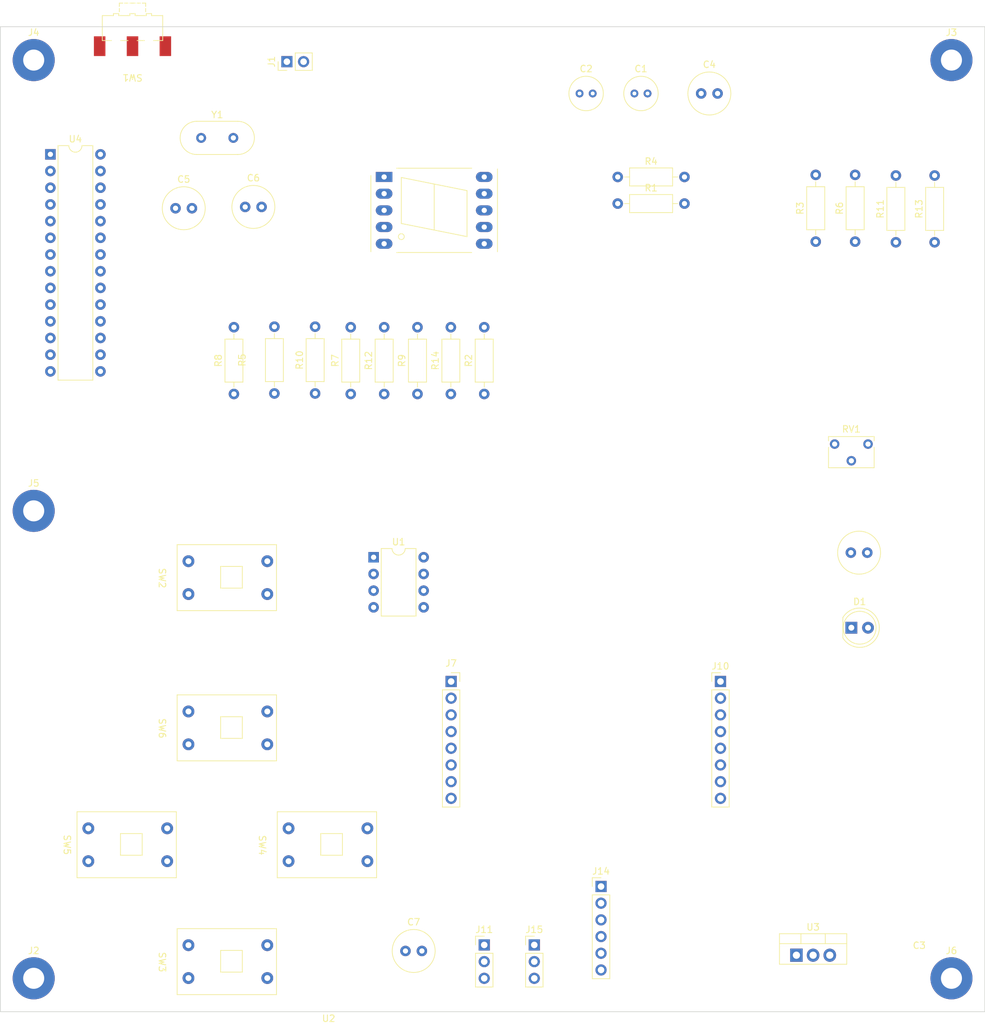
<source format=kicad_pcb>
(kicad_pcb (version 20211014) (generator pcbnew)
  (layers (0 "F.Cu" signal) (31 "B.Cu" signal) (34 "B.Paste" user) (35 "F.Paste" user) (36 "B.SilkS" user "B.Silkscreen") (37 "F.SilkS" user "F.Silkscreen") (38 "B.Mask" user) (39 "F.Mask" user) (44 "Edge.Cuts" user))
  (net 0 "")
  (net 2 "/A5")
  (net 3 "GND")
  (net 6 "/RST")
  (net 9 "Net-(R14-Pad2)")
  (net 12 "Net-(R13-Pad2)")
  (net 15 "Net-(R12-Pad2)")
  (net 17 "+5V")
  (net 18 "Net-(R11-Pad2)")
  (net 19 "/D6")
  (net 20 "Net-(R2-Pad2)")
  (net 21 "Net-(R1-Pad1)")
  (net 22 "/D5")
  (net 23 "Net-(R8-Pad1)")
  (net 24 "/D2")
  (net 25 "Net-(R3-Pad1)")
  (net 26 "/D4")
  (net 27 "/D7")
  (net 28 "Net-(R4-Pad2)")
  (net 29 "/A4")
  (net 30 "Net-(R5-Pad2)")
  (net 31 "/D3")
  (net 32 "Net-(R6-Pad2)")
  (net 33 "/A3")
  (net 34 "Net-(R7-Pad2)")
  (net 35 "Net-(D1-Pad2)")
  (net 36 "/A0")
  (net 37 "+7.5V")
  (net 38 "/SW")
  (net 39 "/A1")
  (net 40 "/A2")
  (net 41 "/RXD")
  (net 42 "/TXD")
  (net 43 "/XTAL1")
  (net 44 "/XTAL2")
  (net 45 "/D8")
  (net 46 "/D9")
  (net 47 "/D10")
  (net 48 "/D11")
  (net 49 "/D12")
  (net 50 "/D13")
  (net 51 "/AREF")
  (net 67 "/5V")
  (net 68 "/DTR")
  (footprint "SW_Push_Button_Custom_kimilatest:SW_Push_Button_Custom_Kimilatest" (layer "F.Cu") (at 41.9125 160.09 -90)
    (fp_text reference "SW3" (at 0 -0.5 -90 unlocked) (layer "F.SilkS"))
    (fp_text value "Select_button")
    (fp_line (start 1.53 -9.4) (end -1.77 -9.4) (layer "F.SilkS") (width 0.12))
    (fp_line (start -5.09 -2.785) (end -5.09 -17.9) (layer "F.SilkS") (width 0.12))
    (fp_line (start 1.53 -12.7) (end 1.53 -9.4) (layer "F.SilkS") (width 0.12))
    (fp_line (start 4.95 -17.9) (end -5.09 -17.9) (layer "F.SilkS") (width 0.12))
    (fp_line (start 4.95 -2.785) (end 4.95 -17.9) (layer "F.SilkS") (width 0.12))
    (fp_line (start 4.95 -2.785) (end -5.09 -2.785) (layer "F.SilkS") (width 0.12))
    (fp_line (start 1.53 -12.7) (end -1.77 -12.7) (layer "F.SilkS") (width 0.12))
    (fp_line (start -1.77 -12.7) (end -1.77 -9.4) (layer "F.SilkS") (width 0.12))
    (pad "1" thru_hole circle (at -2.57 -16.505 270) (size 1.8 1.8) (drill 0.9) (layers *.Mask "F.Cu" "In1.Cu" "B.Cu"))
    (pad "2" thru_hole circle (at 2.43 -16.505 270) (size 1.8 1.8) (drill 0.9) (layers *.Mask "F.Cu" "In1.Cu" "B.Cu") (net 2 "/A5"))
    (pad "3" thru_hole circle (at -2.57 -4.505 270) (size 1.8 1.8) (drill 0.9) (layers *.Mask "F.Cu" "In1.Cu" "B.Cu") (net 3 "GND"))
    (pad "4" thru_hole circle (at 2.43 -4.505 270) (size 1.8 1.8) (drill 0.9) (layers *.Mask "F.Cu" "In1.Cu" "B.Cu"))
  )
  (footprint "Potentiometer_THT:Potentiometer_Bourns_3266W_Vertical" (layer "F.Cu") (at 149.86 81.28)
    (fp_text reference "RV1" (at -2.54 -2.27) (layer "F.SilkS"))
    (fp_text value "R_Potentiometer")
    (fp_line (start 0.935 -1.14) (end 0.935 -0.495) (layer "F.SilkS") (width 0.12))
    (fp_line (start -6.015 3.6) (end 0.935 3.6) (layer "F.SilkS") (width 0.12))
    (fp_line (start 0.935 0.495) (end 0.935 3.6) (layer "F.SilkS") (width 0.12))
    (fp_line (start -6.015 -1.14) (end 0.935 -1.14) (layer "F.SilkS") (width 0.12))
    (fp_line (start -6.015 -1.14) (end -6.015 -0.495) (layer "F.SilkS") (width 0.12))
    (fp_line (start -6.015 0.495) (end -6.015 3.6) (layer "F.SilkS") (width 0.12))
    (pad "1" thru_hole circle (at 0 0) (size 1.44 1.44) (drill 0.8) (layers *.Cu *.Mask) (net 17 "+5V"))
    (pad "2" thru_hole circle (at -2.54 2.54) (size 1.44 1.44) (drill 0.8) (layers *.Cu *.Mask) (net 36 "/A0"))
    (pad "3" thru_hole circle (at -5.08 0) (size 1.44 1.44) (drill 0.8) (layers *.Cu *.Mask) (net 3 "GND"))
  )
  (footprint "LED_THT:LED_D5.0mm" (layer "F.Cu") (at 147.32 109.22)
    (fp_text reference "D1" (at 1.27 -3.96) (layer "F.SilkS"))
    (fp_text value "LED_ON")
    (fp_line (start -1.29 -1.545) (end -1.29 1.545) (layer "F.SilkS") (width 0.12))
    (fp_arc (start 4.26 -0.000462) (mid 2.072002 2.880433) (end -1.29 1.54483) (layer "F.SilkS") (width 0.12))
    (fp_arc (start -1.29 -1.54483) (mid 2.072002 -2.880433) (end 4.26 0.000462) (layer "F.SilkS") (width 0.12))
    (fp_circle (center 1.27 0) (end 3.77 0) (layer "F.SilkS") (width 0.12) (fill none))
    (pad "1" thru_hole rect (at 0 0) (size 1.8 1.8) (drill 0.9) (layers *.Cu *.Mask) (net 3 "GND"))
    (pad "2" thru_hole circle (at 2.54 0) (size 1.8 1.8) (drill 0.9) (layers *.Cu *.Mask) (net 35 "Net-(D1-Pad2)"))
  )
  (footprint "Resistor_THT:R_Axial_DIN0207_L6.3mm_D2.5mm_P10.16mm_Horizontal" (layer "F.Cu") (at 86.36 73.66 90)
    (fp_text reference "R14" (at 5.08 -2.37 90) (layer "F.SilkS"))
    (fp_text value "1K")
    (fp_line (start 8.35 -1.37) (end 1.81 -1.37) (layer "F.SilkS") (width 0.12))
    (fp_line (start 1.81 1.37) (end 8.35 1.37) (layer "F.SilkS") (width 0.12))
    (fp_line (start 8.35 1.37) (end 8.35 -1.37) (layer "F.SilkS") (width 0.12))
    (fp_line (start 1.81 -1.37) (end 1.81 1.37) (layer "F.SilkS") (width 0.12))
    (fp_line (start 1.04 0) (end 1.81 0) (layer "F.SilkS") (width 0.12))
    (fp_line (start 9.12 0) (end 8.35 0) (layer "F.SilkS") (width 0.12))
    (pad "1" thru_hole circle (at 0 0 90) (size 1.6 1.6) (drill 0.8) (layers *.Cu *.Mask) (net 12 "Net-(R13-Pad2)"))
    (pad "2" thru_hole oval (at 10.16 0 90) (size 1.6 1.6) (drill 0.8) (layers *.Cu *.Mask) (net 9 "Net-(R14-Pad2)"))
  )
  (footprint "MountingHole:MountingHole_3.2mm_M3_Pad" (layer "F.Cu") (at 22.86 162.56)
    (fp_text reference "J2" (at 0 -4.2) (layer "F.SilkS"))
    (fp_text value "Mounting1")
    (pad "1" thru_hole circle (at 0 0) (size 6.4 6.4) (drill 3.2) (layers *.Cu *.Mask))
  )
  (footprint "Resistor_THT:R_Axial_DIN0207_L6.3mm_D2.5mm_P10.16mm_Horizontal" (layer "F.Cu") (at 111.76 44.69)
    (fp_text reference "R1" (at 5.08 -2.37) (layer "F.SilkS"))
    (fp_text value "220")
    (fp_line (start 8.35 1.37) (end 8.35 -1.37) (layer "F.SilkS") (width 0.12))
    (fp_line (start 1.81 -1.37) (end 1.81 1.37) (layer "F.SilkS") (width 0.12))
    (fp_line (start 8.35 -1.37) (end 1.81 -1.37) (layer "F.SilkS") (width 0.12))
    (fp_line (start 1.81 1.37) (end 8.35 1.37) (layer "F.SilkS") (width 0.12))
    (fp_line (start 9.12 0) (end 8.35 0) (layer "F.SilkS") (width 0.12))
    (fp_line (start 1.04 0) (end 1.81 0) (layer "F.SilkS") (width 0.12))
    (pad "1" thru_hole circle (at 0 0) (size 1.6 1.6) (drill 0.8) (layers *.Cu *.Mask) (net 21 "Net-(R1-Pad1)"))
    (pad "2" thru_hole oval (at 10.16 0) (size 1.6 1.6) (drill 0.8) (layers *.Cu *.Mask) (net 22 "/D5"))
  )
  (footprint "Capacitor_THT:C_Radial_D5.0mm_H7.0mm_P2.00mm" (layer "F.Cu") (at 114.3 27.94)
    (fp_text reference "C1" (at 1 -3.75) (layer "F.SilkS"))
    (fp_text value "0.33uF")
    (fp_circle (center 1 0) (end 3.62 0) (layer "F.SilkS") (width 0.12) (fill none))
    (pad "1" thru_hole circle (at 0 0) (size 1.2 1.2) (drill 0.6) (layers *.Cu *.Mask) (net 37 "+7.5V"))
    (pad "2" thru_hole circle (at 2 0) (size 1.2 1.2) (drill 0.6) (layers *.Cu *.Mask) (net 3 "GND"))
  )
  (footprint "Resistor_THT:R_Axial_DIN0207_L6.3mm_D2.5mm_P10.16mm_Horizontal" (layer "F.Cu") (at 71.12 73.66 90)
    (fp_text reference "R7" (at 5.08 -2.37 90) (layer "F.SilkS"))
    (fp_text value "220")
    (fp_line (start 9.12 0) (end 8.35 0) (layer "F.SilkS") (width 0.12))
    (fp_line (start 8.35 -1.37) (end 1.81 -1.37) (layer "F.SilkS") (width 0.12))
    (fp_line (start 1.04 0) (end 1.81 0) (layer "F.SilkS") (width 0.12))
    (fp_line (start 1.81 -1.37) (end 1.81 1.37) (layer "F.SilkS") (width 0.12))
    (fp_line (start 1.81 1.37) (end 8.35 1.37) (layer "F.SilkS") (width 0.12))
    (fp_line (start 8.35 1.37) (end 8.35 -1.37) (layer "F.SilkS") (width 0.12))
    (pad "1" thru_hole circle (at 0 0 90) (size 1.6 1.6) (drill 0.8) (layers *.Cu *.Mask) (net 33 "/A3"))
    (pad "2" thru_hole oval (at 10.16 0 90) (size 1.6 1.6) (drill 0.8) (layers *.Cu *.Mask) (net 34 "Net-(R7-Pad2)"))
  )
  (footprint "Resistor_THT:R_Axial_DIN0207_L6.3mm_D2.5mm_P10.16mm_Horizontal" (layer "F.Cu") (at 76.21 73.66 90)
    (fp_text reference "R12" (at 5.08 -2.37 90) (layer "F.SilkS"))
    (fp_text value "330R")
    (fp_line (start 1.81 1.37) (end 8.35 1.37) (layer "F.SilkS") (width 0.12))
    (fp_line (start 9.12 0) (end 8.35 0) (layer "F.SilkS") (width 0.12))
    (fp_line (start 8.35 1.37) (end 8.35 -1.37) (layer "F.SilkS") (width 0.12))
    (fp_line (start 1.04 0) (end 1.81 0) (layer "F.SilkS") (width 0.12))
    (fp_line (start 8.35 -1.37) (end 1.81 -1.37) (layer "F.SilkS") (width 0.12))
    (fp_line (start 1.81 -1.37) (end 1.81 1.37) (layer "F.SilkS") (width 0.12))
    (pad "1" thru_hole circle (at 0 0 90) (size 1.6 1.6) (drill 0.8) (layers *.Cu *.Mask) (net 18 "Net-(R11-Pad2)"))
    (pad "2" thru_hole oval (at 10.16 0 90) (size 1.6 1.6) (drill 0.8) (layers *.Cu *.Mask) (net 15 "Net-(R12-Pad2)"))
  )
  (footprint "Capacitor_THT:C_Radial_D6.3mm_H5.0mm_P2.50mm" (layer "F.Cu") (at 147.25 97.8)
    (fp_text reference "C3" (at 10.41 59.77) (layer "F.SilkS"))
    (fp_text value "100nF")
    (fp_circle (center 1.25 0) (end 4.52 0) (layer "F.SilkS") (width 0.12) (fill none))
    (pad "1" thru_hole circle (at 0 0) (size 1.6 1.6) (drill 0.8) (layers *.Cu *.Mask) (net 6 "/RST"))
    (pad "2" thru_hole circle (at 2.5 0) (size 1.6 1.6) (drill 0.8) (layers *.Cu *.Mask) (net 68 "/DTR"))
  )
  (footprint "Connector_PinHeader_2.54mm:PinHeader_1x03_P2.54mm_Vertical" (layer "F.Cu") (at 91.44 157.48)
    (fp_text reference "J11" (at 0 -2.33) (layer "F.SilkS"))
    (fp_text value "PWR PIN")
    (fp_line (start 1.33 1.27) (end 1.33 6.41) (layer "F.SilkS") (width 0.12))
    (fp_line (start -1.33 0) (end -1.33 -1.33) (layer "F.SilkS") (width 0.12))
    (fp_line (start -1.33 1.27) (end 1.33 1.27) (layer "F.SilkS") (width 0.12))
    (fp_line (start -1.33 6.41) (end 1.33 6.41) (layer "F.SilkS") (width 0.12))
    (fp_line (start -1.33 1.27) (end -1.33 6.41) (layer "F.SilkS") (width 0.12))
    (fp_line (start -1.33 -1.33) (end 0 -1.33) (layer "F.SilkS") (width 0.12))
    (pad "1" thru_hole rect (at 0 0) (size 1.7 1.7) (drill 1) (layers *.Cu *.Mask) (net 67 "/5V"))
    (pad "2" thru_hole oval (at 0 2.54) (size 1.7 1.7) (drill 1) (layers *.Cu *.Mask) (net 67 "/5V"))
    (pad "3" thru_hole oval (at 0 5.08) (size 1.7 1.7) (drill 1) (layers *.Cu *.Mask) (net 67 "/5V"))
  )
  (footprint "Capacitor_THT:C_Radial_D6.3mm_H5.0mm_P2.50mm" (layer "F.Cu") (at 79.45 158.4)
    (fp_text reference "C7" (at 1.25 -4.4) (layer "F.SilkS"))
    (fp_text value "100nF")
    (fp_circle (center 1.25 0) (end 4.52 0) (layer "F.SilkS") (width 0.12) (fill none))
    (pad "1" thru_hole circle (at 0 0) (size 1.6 1.6) (drill 0.8) (layers *.Cu *.Mask) (net 51 "/AREF"))
    (pad "2" thru_hole circle (at 2.5 0) (size 1.6 1.6) (drill 0.8) (layers *.Cu *.Mask) (net 3 "GND"))
  )
  (footprint "Resistor_THT:R_Axial_DIN0207_L6.3mm_D2.5mm_P10.16mm_Horizontal" (layer "F.Cu") (at 141.9 50.48 90)
    (fp_text reference "R3" (at 5.08 -2.37 90) (layer "F.SilkS"))
    (fp_text value "220")
    (fp_line (start 1.04 0) (end 1.81 0) (layer "F.SilkS") (width 0.12))
    (fp_line (start 9.12 0) (end 8.35 0) (layer "F.SilkS") (width 0.12))
    (fp_line (start 1.81 1.37) (end 8.35 1.37) (layer "F.SilkS") (width 0.12))
    (fp_line (start 1.81 -1.37) (end 1.81 1.37) (layer "F.SilkS") (width 0.12))
    (fp_line (start 8.35 1.37) (end 8.35 -1.37) (layer "F.SilkS") (width 0.12))
    (fp_line (start 8.35 -1.37) (end 1.81 -1.37) (layer "F.SilkS") (width 0.12))
    (pad "1" thru_hole circle (at 0 0 90) (size 1.6 1.6) (drill 0.8) (layers *.Cu *.Mask) (net 25 "Net-(R3-Pad1)"))
    (pad "2" thru_hole oval (at 10.16 0 90) (size 1.6 1.6) (drill 0.8) (layers *.Cu *.Mask) (net 26 "/D4"))
  )
  (footprint "Resistor_THT:R_Axial_DIN0207_L6.3mm_D2.5mm_P10.16mm_Horizontal" (layer "F.Cu") (at 154.1 50.58 90)
    (fp_text reference "R11" (at 5.08 -2.37 90) (layer "F.SilkS"))
    (fp_text value "2K")
    (fp_line (start 8.35 -1.37) (end 1.81 -1.37) (layer "F.SilkS") (width 0.12))
    (fp_line (start 1.04 0) (end 1.81 0) (layer "F.SilkS") (width 0.12))
    (fp_line (start 1.81 -1.37) (end 1.81 1.37) (layer "F.SilkS") (width 0.12))
    (fp_line (start 8.35 1.37) (end 8.35 -1.37) (layer "F.SilkS") (width 0.12))
    (fp_line (start 9.12 0) (end 8.35 0) (layer "F.SilkS") (width 0.12))
    (fp_line (start 1.81 1.37) (end 8.35 1.37) (layer "F.SilkS") (width 0.12))
    (pad "1" thru_hole circle (at 0 0 90) (size 1.6 1.6) (drill 0.8) (layers *.Cu *.Mask) (net 17 "+5V"))
    (pad "2" thru_hole oval (at 10.16 0 90) (size 1.6 1.6) (drill 0.8) (layers *.Cu *.Mask) (net 18 "Net-(R11-Pad2)"))
  )
  (footprint "MountingHole:MountingHole_3.2mm_M3_Pad" (layer "F.Cu") (at 22.86 91.44)
    (fp_text reference "J5" (at 0 -4.2) (layer "F.SilkS"))
    (fp_text value "Mounting3")
    (pad "1" thru_hole circle (at 0 0) (size 6.4 6.4) (drill 3.2) (layers *.Cu *.Mask))
  )
  (footprint "Package_DIP:DIP-28_W7.62mm" (layer "F.Cu") (at 25.4 37.2)
    (fp_text reference "U4" (at 3.81 -2.33) (layer "F.SilkS"))
    (fp_text value "ATmega328P-P")
    (fp_line (start 2.81 -1.33) (end 1.16 -1.33) (layer "F.SilkS") (width 0.12))
    (fp_line (start 6.46 34.35) (end 6.46 -1.33) (layer "F.SilkS") (width 0.12))
    (fp_line (start 6.46 -1.33) (end 4.81 -1.33) (layer "F.SilkS") (width 0.12))
    (fp_line (start 1.16 34.35) (end 6.46 34.35) (layer "F.SilkS") (width 0.12))
    (fp_line (start 1.16 -1.33) (end 1.16 34.35) (layer "F.SilkS") (width 0.12))
    (fp_arc (start 4.81 -1.33) (mid 3.81 -0.33) (end 2.81 -1.33) (layer "F.SilkS") (width 0.12))
    (pad "1" thru_hole rect (at 0 0) (size 1.6 1.6) (drill 0.8) (layers *.Cu *.Mask) (net 6 "/RST"))
    (pad "2" thru_hole oval (at 0 2.54) (size 1.6 1.6) (drill 0.8) (layers *.Cu *.Mask) (net 41 "/RXD"))
    (pad "3" thru_hole oval (at 0 5.08) (size 1.6 1.6) (drill 0.8) (layers *.Cu *.Mask) (net 42 "/TXD"))
    (pad "4" thru_hole oval (at 0 7.62) (size 1.6 1.6) (drill 0.8) (layers *.Cu *.Mask) (net 24 "/D2"))
    (pad "5" thru_hole oval (at 0 10.16) (size 1.6 1.6) (drill 0.8) (layers *.Cu *.Mask) (net 31 "/D3"))
    (pad "6" thru_hole oval (at 0 12.7) (size 1.6 1.6) (drill 0.8) (layers *.Cu *.Mask) (net 26 "/D4"))
    (pad "7" thru_hole oval (at 0 15.24) (size 1.6 1.6) (drill 0.8) (layers *.Cu *.Mask) (net 17 "+5V"))
    (pad "8" thru_hole oval (at 0 17.78) (size 1.6 1.6) (drill 0.8) (layers *.Cu *.Mask) (net 3 "GND"))
    (pad "9" thru_hole oval (at 0 20.32) (size 1.6 1.6) (drill 0.8) (layers *.Cu *.Mask) (net 43 "/XTAL1"))
    (pad "10" thru_hole oval (at 0 22.86) (size 1.6 1.6) (drill 0.8) (layers *.Cu *.Mask) (net 44 "/XTAL2"))
    (pad "11" thru_hole oval (at 0 25.4) (size 1.6 1.6) (drill 0.8) (layers *.Cu *.Mask) (net 22 "/D5"))
    (pad "12" thru_hole oval (at 0 27.94) (size 1.6 1.6) (drill 0.8) (layers *.Cu *.Mask) (net 19 "/D6"))
    (pad "13" thru_hole oval (at 0 30.48) (size 1.6 1.6) (drill 0.8) (layers *.Cu *.Mask) (net 27 "/D7"))
    (pad "14" thru_hole oval (at 0 33.02) (size 1.6 1.6) (drill 0.8) (layers *.Cu *.Mask) (net 45 "/D8"))
    (pad "15" thru_hole oval (at 7.62 33.02) (size 1.6 1.6) (drill 0.8) (layers *.Cu *.Mask) (net 46 "/D9"))
    (pad "16" thru_hole oval (at 7.62 30.48) (size 1.6 1.6) (drill 0.8) (layers *.Cu *.Mask) (net 47 "/D10"))
    (pad "17" thru_hole oval (at 7.62 27.94) (size 1.6 1.6) (drill 0.8) (layers *.Cu *.Mask) (net 48 "/D11"))
    (pad "18" thru_hole oval (at 7.62 25.4) (size 1.6 1.6) (drill 0.8) (layers *.Cu *.Mask) (net 49 "/D12"))
    (pad "19" thru_hole oval (at 7.62 22.86) (size 1.6 1.6) (drill 0.8) (layers *.Cu *.Mask) (net 50 "/D13"))
    (pad "20" thru_hole oval (at 7.62 20.32) (size 1.6 1.6) (drill 0.8) (layers *.Cu *.Mask) (net 17 "+5V"))
    (pad "21" thru_hole oval (at 7.62 17.78) (size 1.6 1.6) (drill 0.8) (layers *.Cu *.Mask) (net 51 "/AREF"))
    (pad "22" thru_hole oval (at 7.62 15.24) (size 1.6 1.6) (drill 0.8) (layers *.Cu *.Mask) (net 3 "GND"))
    (pad "23" thru_hole oval (at 7.62 12.7) (size 1.6 1.6) (drill 0.8) (layers *.Cu *.Mask) (net 36 "/A0"))
    (pad "24" thru_hole oval (at 7.62 10.16) (size 1.6 1.6) (drill 0.8) (layers *.Cu *.Mask) (net 39 "/A1"))
    (pad "25" thru_hole oval (at 7.62 7.62) (size 1.6 1.6) (drill 0.8) (layers *.Cu *.Mask) (net 40 "/A2"))
    (pad "26" thru_hole oval (at 7.62 5.08) (size 1.6 1.6) (drill 0.8) (layers *.Cu *.Mask) (net 33 "/A3"))
    (pad "27" thru_hole oval (at 7.62 2.54) (size 1.6 1.6) (drill 0.8) (layers *.Cu *.Mask) (net 29 "/A4"))
    (pad "28" thru_hole oval (at 7.62 0) (size 1.6 1.6) (drill 0.8) (layers *.Cu *.Mask) (net 2 "/A5"))
  )
  (footprint "Resistor_THT:R_Axial_DIN0207_L6.3mm_D2.5mm_P10.16mm_Horizontal" (layer "F.Cu") (at 147.9 50.48 90)
    (fp_text reference "R6" (at 5.08 -2.37 90) (layer "F.SilkS"))
    (fp_text value "220")
    (fp_line (start 8.35 -1.37) (end 1.81 -1.37) (layer "F.SilkS") (width 0.12))
    (fp_line (start 1.81 -1.37) (end 1.81 1.37) (layer "F.SilkS") (width 0.12))
    (fp_line (start 1.81 1.37) (end 8.35 1.37) (layer "F.SilkS") (width 0.12))
    (fp_line (start 8.35 1.37) (end 8.35 -1.37) (layer "F.SilkS") (width 0.12))
    (fp_line (start 1.04 0) (end 1.81 0) (layer "F.SilkS") (width 0.12))
    (fp_line (start 9.12 0) (end 8.35 0) (layer "F.SilkS") (width 0.12))
    (pad "1" thru_hole circle (at 0 0 90) (size 1.6 1.6) (drill 0.8) (layers *.Cu *.Mask) (net 31 "/D3"))
    (pad "2" thru_hole oval (at 10.16 0 90) (size 1.6 1.6) (drill 0.8) (layers *.Cu *.Mask) (net 32 "Net-(R6-Pad2)"))
  )
  (footprint "MountingHole:MountingHole_3.2mm_M3_Pad" (layer "F.Cu") (at 162.56 22.86)
    (fp_text reference "J3" (at 0 -4.2) (layer "F.SilkS"))
    (fp_text value "Mounting2")
    (pad "1" thru_hole circle (at 0 0) (size 6.4 6.4) (drill 3.2) (layers *.Cu *.Mask))
  )
  (footprint "Resistor_THT:R_Axial_DIN0207_L6.3mm_D2.5mm_P10.16mm_Horizontal" (layer "F.Cu") (at 111.76 40.64)
    (fp_text reference "R4" (at 5.08 -2.37) (layer "F.SilkS"))
    (fp_text value "220")
    (fp_line (start 8.35 -1.37) (end 1.81 -1.37) (layer "F.SilkS") (width 0.12))
    (fp_line (start 9.12 0) (end 8.35 0) (layer "F.SilkS") (width 0.12))
    (fp_line (start 1.04 0) (end 1.81 0) (layer "F.SilkS") (width 0.12))
    (fp_line (start 8.35 1.37) (end 8.35 -1.37) (layer "F.SilkS") (width 0.12))
    (fp_line (start 1.81 1.37) (end 8.35 1.37) (layer "F.SilkS") (width 0.12))
    (fp_line (start 1.81 -1.37) (end 1.81 1.37) (layer "F.SilkS") (width 0.12))
    (pad "1" thru_hole circle (at 0 0) (size 1.6 1.6) (drill 0.8) (layers *.Cu *.Mask) (net 27 "/D7"))
    (pad "2" thru_hole oval (at 10.16 0) (size 1.6 1.6) (drill 0.8) (layers *.Cu *.Mask) (net 28 "Net-(R4-Pad2)"))
  )
  (footprint "Resistor_THT:R_Axial_DIN0207_L6.3mm_D2.5mm_P10.16mm_Horizontal" (layer "F.Cu") (at 53.34 73.66 90)
    (fp_text reference "R8" (at 5.08 -2.37 90) (layer "F.SilkS"))
    (fp_text value "220")
    (fp_line (start 1.81 -1.37) (end 1.81 1.37) (layer "F.SilkS") (width 0.12))
    (fp_line (start 1.81 1.37) (end 8.35 1.37) (layer "F.SilkS") (width 0.12))
    (fp_line (start 1.04 0) (end 1.81 0) (layer "F.SilkS") (width 0.12))
    (fp_line (start 9.12 0) (end 8.35 0) (layer "F.SilkS") (width 0.12))
    (fp_line (start 8.35 1.37) (end 8.35 -1.37) (layer "F.SilkS") (width 0.12))
    (fp_line (start 8.35 -1.37) (end 1.81 -1.37) (layer "F.SilkS") (width 0.12))
    (pad "1" thru_hole circle (at 0 0 90) (size 1.6 1.6) (drill 0.8) (layers *.Cu *.Mask) (net 23 "Net-(R8-Pad1)"))
    (pad "2" thru_hole oval (at 10.16 0 90) (size 1.6 1.6) (drill 0.8) (layers *.Cu *.Mask) (net 24 "/D2"))
  )
  (footprint "Package_DIP:DIP-8_W7.62mm" (layer "F.Cu") (at 74.6 98.5)
    (fp_text reference "U1" (at 3.81 -2.33) (layer "F.SilkS"))
    (fp_text value "LM358")
    (fp_line (start 1.16 -1.33) (end 1.16 8.95) (layer "F.SilkS") (width 0.12))
    (fp_line (start 6.46 -1.33) (end 4.81 -1.33) (layer "F.SilkS") (width 0.12))
    (fp_line (start 6.46 8.95) (end 6.46 -1.33) (layer "F.SilkS") (width 0.12))
    (fp_line (start 2.81 -1.33) (end 1.16 -1.33) (layer "F.SilkS") (width 0.12))
    (fp_line (start 1.16 8.95) (end 6.46 8.95) (layer "F.SilkS") (width 0.12))
    (fp_arc (start 4.81 -1.33) (mid 3.81 -0.33) (end 2.81 -1.33) (layer "F.SilkS") (width 0.12))
    (pad "1" thru_hole rect (at 0 0) (size 1.6 1.6) (drill 0.8) (layers *.Cu *.Mask) (net 39 "/A1"))
    (pad "2" thru_hole oval (at 0 2.54) (size 1.6 1.6) (drill 0.8) (layers *.Cu *.Mask) (net 39 "/A1"))
    (pad "3" thru_hole oval (at 0 5.08) (size 1.6 1.6) (drill 0.8) (layers *.Cu *.Mask) (net 36 "/A0"))
    (pad "4" thru_hole oval (at 0 7.62) (size 1.6 1.6) (drill 0.8) (layers *.Cu *.Mask) (net 3 "GND"))
    (pad "5" thru_hole oval (at 7.62 7.62) (size 1.6 1.6) (drill 0.8) (layers *.Cu *.Mask) (net 36 "/A0"))
    (pad "6" thru_hole oval (at 7.62 5.08) (size 1.6 1.6) (drill 0.8) (layers *.Cu *.Mask) (net 40 "/A2"))
    (pad "7" thru_hole oval (at 7.62 2.54) (size 1.6 1.6) (drill 0.8) (layers *.Cu *.Mask) (net 40 "/A2"))
    (pad "8" thru_hole oval (at 7.62 0) (size 1.6 1.6) (drill 0.8) (layers *.Cu *.Mask) (net 17 "+5V"))
  )
  (footprint "Connector_PinSocket_2.54mm:PinSocket_1x08_P2.54mm_Vertical" (layer "F.Cu") (at 86.4 117.4)
    (fp_text reference "J7" (at 0 -2.77) (layer "F.SilkS"))
    (fp_text value "Conn_Nokia")
    (fp_line (start 1.33 1.27) (end 1.33 19.11) (layer "F.SilkS") (width 0.12))
    (fp_line (start -1.33 1.27) (end -1.33 19.11) (layer "F.SilkS") (width 0.12))
    (fp_line (start -1.33 1.27) (end 1.33 1.27) (layer "F.SilkS") (width 0.12))
    (fp_line (start 0 -1.33) (end 1.33 -1.33) (layer "F.SilkS") (width 0.12))
    (fp_line (start 1.33 -1.33) (end 1.33 0) (layer "F.SilkS") (width 0.12))
    (fp_line (start -1.33 19.11) (end 1.33 19.11) (layer "F.SilkS") (width 0.12))
    (pad "1" thru_hole rect (at 0 0) (size 1.7 1.7) (drill 1) (layers *.Cu *.Mask))
    (pad "2" thru_hole oval (at 0 2.54) (size 1.7 1.7) (drill 1) (layers *.Cu *.Mask))
    (pad "3" thru_hole oval (at 0 5.08) (size 1.7 1.7) (drill 1) (layers *.Cu *.Mask))
    (pad "4" thru_hole oval (at 0 7.62) (size 1.7 1.7) (drill 1) (layers *.Cu *.Mask))
    (pad "5" thru_hole oval (at 0 10.16) (size 1.7 1.7) (drill 1) (layers *.Cu *.Mask))
    (pad "6" thru_hole oval (at 0 12.7) (size 1.7 1.7) (drill 1) (layers *.Cu *.Mask))
    (pad "7" thru_hole oval (at 0 15.24) (size 1.7 1.7) (drill 1) (layers *.Cu *.Mask))
    (pad "8" thru_hole oval (at 0 17.78) (size 1.7 1.7) (drill 1) (layers *.Cu *.Mask))
  )
  (footprint "SW_Push_Button_Custom_kimilatest:SW_Push_Button_Custom_Kimilatest" (layer "F.Cu") (at 57.1525 142.31 -90)
    (fp_text reference "SW4" (at 0 -0.5 -90 unlocked) (layer "F.SilkS"))
    (fp_text value "Up_Button")
    (fp_line (start 4.95 -2.785) (end 4.95 -17.9) (layer "F.SilkS") (width 0.12))
    (fp_line (start 1.53 -12.7) (end 1.53 -9.4) (layer "F.SilkS") (width 0.12))
    (fp_line (start -5.09 -2.785) (end -5.09 -17.9) (layer "F.SilkS") (width 0.12))
    (fp_line (start 4.95 -17.9) (end -5.09 -17.9) (layer "F.SilkS") (width 0.12))
    (fp_line (start 1.53 -9.4) (end -1.77 -9.4) (layer "F.SilkS") (width 0.12))
    (fp_line (start 4.95 -2.785) (end -5.09 -2.785) (layer "F.SilkS") (width 0.12))
    (fp_line (start -1.77 -12.7) (end -1.77 -9.4) (layer "F.SilkS") (width 0.12))
    (fp_line (start 1.53 -12.7) (end -1.77 -12.7) (layer "F.SilkS") (width 0.12))
    (pad "1" thru_hole circle (at -2.57 -16.505 270) (size 1.8 1.8) (drill 0.9) (layers *.Mask "F.Cu" "In1.Cu" "B.Cu"))
    (pad "2" thru_hole circle (at 2.43 -16.505 270) (size 1.8 1.8) (drill 0.9) (layers *.Mask "F.Cu" "In1.Cu" "B.Cu") (net 15 "Net-(R12-Pad2)"))
    (pad "3" thru_hole circle (at -2.57 -4.505 270) (size 1.8 1.8) (drill 0.9) (layers *.Mask "F.Cu" "In1.Cu" "B.Cu") (net 3 "GND"))
    (pad "4" thru_hole circle (at 2.43 -4.505 270) (size 1.8 1.8) (drill 0.9) (layers *.Mask "F.Cu" "In1.Cu" "B.Cu"))
  )
  (footprint "Capacitor_THT:C_Radial_D6.3mm_H5.0mm_P2.50mm" (layer "F.Cu") (at 44.45 45.4)
    (fp_text reference "C5" (at 1.25 -4.4) (layer "F.SilkS"))
    (fp_text value "22pF")
    (fp_circle (center 1.25 0) (end 4.52 0) (layer "F.SilkS") (width 0.12) (fill none))
    (pad "1" thru_hole circle (at 0 0) (size 1.6 1.6) (drill 0.8) (layers *.Cu *.Mask) (net 3 "GND"))
    (pad "2" thru_hole circle (at 2.5 0) (size 1.6 1.6) (drill 0.8) (layers *.Cu *.Mask) (net 43 "/XTAL1"))
  )
  (footprint "Resistor_THT:R_Axial_DIN0207_L6.3mm_D2.5mm_P10.16mm_Horizontal" (layer "F.Cu") (at 59.5 73.58 90)
    (fp_text reference "R5" (at 5.08 -4.91 90) (layer "F.SilkS"))
    (fp_text value "220")
    (fp_line (start 1.81 1.37) (end 8.35 1.37) (layer "F.SilkS") (width 0.12))
    (fp_line (start 1.81 -1.37) (end 1.81 1.37) (layer "F.SilkS") (width 0.12))
    (fp_line (start 1.04 0) (end 1.81 0) (layer "F.SilkS") (width 0.12))
    (fp_line (start 9.12 0) (end 8.35 0) (layer "F.SilkS") (width 0.12))
    (fp_line (start 8.35 1.37) (end 8.35 -1.37) (layer "F.SilkS") (width 0.12))
    (fp_line (start 8.35 -1.37) (end 1.81 -1.37) (layer "F.SilkS") (width 0.12))
    (pad "1" thru_hole circle (at 0 0 90) (size 1.6 1.6) (drill 0.8) (layers *.Cu *.Mask) (net 29 "/A4"))
    (pad "2" thru_hole oval (at 10.16 0 90) (size 1.6 1.6) (drill 0.8) (layers *.Cu *.Mask) (net 30 "Net-(R5-Pad2)"))
  )
  (footprint "SW_Push_Button_Custom_kimilatest:SW_Push_Button_Custom_Kimilatest" (layer "F.Cu") (at 41.9125 101.67 -90)
    (fp_text reference "SW2" (at 0 -0.5 -90 unlocked) (layer "F.SilkS"))
    (fp_text value "Reset_button")
    (fp_line (start 4.95 -17.9) (end -5.09 -17.9) (layer "F.SilkS") (width 0.12))
    (fp_line (start 1.53 -12.7) (end 1.53 -9.4) (layer "F.SilkS") (width 0.12))
    (fp_line (start 1.53 -9.4) (end -1.77 -9.4) (layer "F.SilkS") (width 0.12))
    (fp_line (start 1.53 -12.7) (end -1.77 -12.7) (layer "F.SilkS") (width 0.12))
    (fp_line (start -1.77 -12.7) (end -1.77 -9.4) (layer "F.SilkS") (width 0.12))
    (fp_line (start -5.09 -2.785) (end -5.09 -17.9) (layer "F.SilkS") (width 0.12))
    (fp_line (start 4.95 -2.785) (end 4.95 -17.9) (layer "F.SilkS") (width 0.12))
    (fp_line (start 4.95 -2.785) (end -5.09 -2.785) (layer "F.SilkS") (width 0.12))
    (pad "1" thru_hole circle (at -2.57 -16.505 270) (size 1.8 1.8) (drill 0.9) (layers *.Mask "F.Cu" "In1.Cu" "B.Cu"))
    (pad "2" thru_hole circle (at 2.43 -16.505 270) (size 1.8 1.8) (drill 0.9) (layers *.Mask "F.Cu" "In1.Cu" "B.Cu") (net 6 "/RST"))
    (pad "3" thru_hole circle (at -2.57 -4.505 270) (size 1.8 1.8) (drill 0.9) (layers *.Mask "F.Cu" "In1.Cu" "B.Cu") (net 3 "GND"))
    (pad "4" thru_hole circle (at 2.43 -4.505 270) (size 1.8 1.8) (drill 0.9) (layers *.Mask "F.Cu" "In1.Cu" "B.Cu"))
  )
  (footprint "Connector_PinHeader_2.54mm:PinHeader_1x08_P2.54mm_Vertical" (layer "F.Cu") (at 127.4 117.4)
    (fp_text reference "J10" (at 0 -2.33) (layer "F.SilkS"))
    (fp_text value "Nokia5110")
    (fp_line (start -1.33 19.11) (end 1.33 19.11) (layer "F.SilkS") (width 0.12))
    (fp_line (start -1.33 0) (end -1.33 -1.33) (layer "F.SilkS") (width 0.12))
    (fp_line (start -1.33 1.27) (end 1.33 1.27) (layer "F.SilkS") (width 0.12))
    (fp_line (start 1.33 1.27) (end 1.33 19.11) (layer "F.SilkS") (width 0.12))
    (fp_line (start -1.33 -1.33) (end 0 -1.33) (layer "F.SilkS") (width 0.12))
    (fp_line (start -1.33 1.27) (end -1.33 19.11) (layer "F.SilkS") (width 0.12))
    (pad "1" thru_hole rect (at 0 0) (size 1.7 1.7) (drill 1) (layers *.Cu *.Mask) (net 45 "/D8"))
    (pad "2" thru_hole oval (at 0 2.54) (size 1.7 1.7) (drill 1) (layers *.Cu *.Mask) (net 46 "/D9"))
    (pad "3" thru_hole oval (at 0 5.08) (size 1.7 1.7) (drill 1) (layers *.Cu *.Mask) (net 47 "/D10"))
    (pad "4" thru_hole oval (at 0 7.62) (size 1.7 1.7) (drill 1) (layers *.Cu *.Mask) (net 48 "/D11"))
    (pad "5" thru_hole oval (at 0 10.16) (size 1.7 1.7) (drill 1) (layers *.Cu *.Mask) (net 50 "/D13"))
    (pad "6" thru_hole oval (at 0 12.7) (size 1.7 1.7) (drill 1) (layers *.Cu *.Mask) (net 17 "+5V"))
    (pad "7" thru_hole oval (at 0 15.24) (size 1.7 1.7) (drill 1) (layers *.Cu *.Mask) (net 3 "GND"))
    (pad "8" thru_hole oval (at 0 17.78) (size 1.7 1.7) (drill 1) (layers *.Cu *.Mask) (net 3 "GND"))
  )
  (footprint "MountingHole:MountingHole_3.2mm_M3_Pad" (layer "F.Cu") (at 162.56 162.56)
    (fp_text reference "J6" (at 0 -4.2) (layer "F.SilkS"))
    (fp_text value "Mounting5")
    (pad "1" thru_hole circle (at 0 0) (size 6.4 6.4) (drill 3.2) (layers *.Cu *.Mask))
  )
  (footprint "Display_7Segment:7SegmentLED_LTS6760_LTS6780" (layer "F.Cu") (at 76.2 40.64)
    (fp_text reference "U2" (at -8.44 128.04) (layer "F.SilkS"))
    (fp_text value "SM420561N")
    (fp_line (start -2.015 -0.22) (end -2.015 11.38) (layer "F.SilkS") (width 0.12))
    (fp_line (start 1.905 -1.33) (end 13.335 -1.33) (layer "F.SilkS") (width 0.12))
    (fp_line (start 2.62 7.08) (end 7.62 8.08) (layer "F.SilkS") (width 0.12))
    (fp_line (start 1.905 11.49) (end 13.335 11.49) (layer "F.SilkS") (width 0.12))
    (fp_line (start 12.62 9.08) (end 7.62 8.08) (layer "F.SilkS") (width 0.12))
    (fp_line (start 2.62 0.08) (end 2.62 7.08) (layer "F.SilkS") (width 0.12))
    (fp_line (start 7.62 1.08) (end 2.62 0.08) (layer "F.SilkS") (width 0.12))
    (fp_line (start 17.255 11.38) (end 17.255 -1.22) (layer "F.SilkS") (width 0.12))
    (fp_line (start 12.62 2.08) (end 12.62 9.08) (layer "F.SilkS") (width 0.12))
    (fp_line (start 7.62 8.08) (end 7.62 1.08) (layer "F.SilkS") (width 0.12))
    (fp_line (start 12.62 2.08) (end 7.62 1.08) (layer "F.SilkS") (width 0.12))
    (fp_circle (center 2.62 9.08) (end 3.067214 9.08) (layer "F.SilkS") (width 0.12) (fill none))
    (pad "1" thru_hole rect (at 0 0 270) (size 1.524 2.524) (drill 0.8) (layers *.Cu *.Mask) (net 20 "Net-(R2-Pad2)"))
    (pad "2" thru_hole oval (at 0 2.54 270) (size 1.524 2.524) (drill 0.8) (layers *.Cu *.Mask) (net 21 "Net-(R1-Pad1)"))
    (pad "3" thru_hole oval (at 0 5.08 270) (size 1.524 2.524) (drill 0.8) (layers *.Cu *.Mask))
    (pad "4" thru_hole oval (at 0 7.62 270) (size 1.524 2.524) (drill 0.8) (layers *.Cu *.Mask) (net 25 "Net-(R3-Pad1)"))
    (pad "5" thru_hole oval (at 0 10.16 270) (size 1.524 2.524) (drill 0.8) (layers *.Cu *.Mask) (net 34 "Net-(R7-Pad2)"))
    (pad "6" thru_hole oval (at 15.24 10.16 270) (size 1.524 2.524) (drill 0.8) (layers *.Cu *.Mask) (net 32 "Net-(R6-Pad2)"))
    (pad "7" thru_hole oval (at 15.24 7.62 270) (size 1.524 2.524) (drill 0.8) (layers *.Cu *.Mask) (net 23 "Net-(R8-Pad1)"))
    (pad "8" thru_hole oval (at 15.24 5.08 270) (size 1.524 2.524) (drill 0.8) (layers *.Cu *.Mask) (net 17 "+5V"))
    (pad "9" thru_hole oval (at 15.24 2.54 270) (size 1.524 2.524) (drill 0.8) (layers *.Cu *.Mask) (net 28 "Net-(R4-Pad2)"))
    (pad "10" thru_hole oval (at 15.24 0 270) (size 1.524 2.524) (drill 0.8) (layers *.Cu *.Mask) (net 30 "Net-(R5-Pad2)"))
  )
  (footprint "Resistor_THT:R_Axial_DIN0207_L6.3mm_D2.5mm_P10.16mm_Horizontal" (layer "F.Cu") (at 81.28 73.66 90)
    (fp_text reference "R9" (at 5.08 -2.37 90) (layer "F.SilkS"))
    (fp_text value "1K")
    (fp_line (start 1.04 0) (end 1.81 0) (layer "F.SilkS") (width 0.12))
    (fp_line (start 8.35 1.37) (end 8.35 -1.37) (layer "F.SilkS") (width 0.12))
    (fp_line (start 9.12 0) (end 8.35 0) (layer "F.SilkS") (width 0.12))
    (fp_line (start 1.81 1.37) (end 8.35 1.37) (layer "F.SilkS") (width 0.12))
    (fp_line (start 8.35 -1.37) (end 1.81 -1.37) (layer "F.SilkS") (width 0.12))
    (fp_line (start 1.81 -1.37) (end 1.81 1.37) (layer "F.SilkS") (width 0.12))
    (pad "1" thru_hole circle (at 0 0 90) (size 1.6 1.6) (drill 0.8) (layers *.Cu *.Mask) (net 35 "Net-(D1-Pad2)"))
    (pad "2" thru_hole oval (at 10.16 0 90) (size 1.6 1.6) (drill 0.8) (layers *.Cu *.Mask) (net 17 "+5V"))
  )
  (footprint "Capacitor_THT:C_Radial_D5.0mm_H7.0mm_P2.00mm" (layer "F.Cu") (at 105.95 27.94)
    (fp_text reference "C2" (at 1 -3.75) (layer "F.SilkS"))
    (fp_text value "0.1uF")
    (fp_circle (center 1 0) (end 3.62 0) (layer "F.SilkS") (width 0.12) (fill none))
    (pad "1" thru_hole circle (at 0 0) (size 1.2 1.2) (drill 0.6) (layers *.Cu *.Mask) (net 38 "/SW"))
    (pad "2" thru_hole circle (at 2 0) (size 1.2 1.2) (drill 0.6) (layers *.Cu *.Mask) (net 3 "GND"))
  )
  (footprint "Resistor_THT:R_Axial_DIN0207_L6.3mm_D2.5mm_P10.16mm_Horizontal" (layer "F.Cu") (at 160 50.58 90)
    (fp_text reference "R13" (at 5.08 -2.37 90) (layer "F.SilkS"))
    (fp_text value "620R")
    (fp_line (start 9.12 0) (end 8.35 0) (layer "F.SilkS") (width 0.12))
    (fp_line (start 8.35 1.37) (end 8.35 -1.37) (layer "F.SilkS") (width 0.12))
    (fp_line (start 8.35 -1.37) (end 1.81 -1.37) (layer "F.SilkS") (width 0.12))
    (fp_line (start 1.04 0) (end 1.81 0) (layer "F.SilkS") (width 0.12))
    (fp_line (start 1.81 -1.37) (end 1.81 1.37) (layer "F.SilkS") (width 0.12))
    (fp_line (start 1.81 1.37) (end 8.35 1.37) (layer "F.SilkS") (width 0.12))
    (pad "1" thru_hole circle (at 0 0 90) (size 1.6 1.6) (drill 0.8) (layers *.Cu *.Mask) (net 15 "Net-(R12-Pad2)"))
    (pad "2" thru_hole oval (at 10.16 0 90) (size 1.6 1.6) (drill 0.8) (layers *.Cu *.Mask) (net 12 "Net-(R13-Pad2)"))
  )
  (footprint "SW_Push_Button_Custom_kimilatest:SW_Push_Button_Custom_Kimilatest" (layer "F.Cu") (at 26.6725 142.31 -90)
    (fp_text reference "SW5" (at -0.07 -1.2675 -90 unlocked) (layer "F.SilkS"))
    (fp_text value "Down_button")
    (fp_line (start 1.53 -9.4) (end -1.77 -9.4) (layer "F.SilkS") (width 0.12))
    (fp_line (start 1.53 -12.7) (end -1.77 -12.7) (layer "F.SilkS") (width 0.12))
    (fp_line (start -5.09 -2.785) (end -5.09 -17.9) (layer "F.SilkS") (width 0.12))
    (fp_line (start 4.95 -2.785) (end -5.09 -2.785) (layer "F.SilkS") (width 0.12))
    (fp_line (start 4.95 -17.9) (end -5.09 -17.9) (layer "F.SilkS") (width 0.12))
    (fp_line (start -1.77 -12.7) (end -1.77 -9.4) (layer "F.SilkS") (width 0.12))
    (fp_line (start 4.95 -2.785) (end 4.95 -17.9) (layer "F.SilkS") (width 0.12))
    (fp_line (start 1.53 -12.7) (end 1.53 -9.4) (layer "F.SilkS") (width 0.12))
    (pad "1" thru_hole circle (at -2.57 -16.505 270) (size 1.8 1.8) (drill 0.9) (layers *.Mask "F.Cu" "In1.Cu" "B.Cu"))
    (pad "2" thru_hole circle (at 2.43 -16.505 270) (size 1.8 1.8) (drill 0.9) (layers *.Mask "F.Cu" "In1.Cu" "B.Cu") (net 12 "Net-(R13-Pad2)"))
    (pad "3" thru_hole circle (at -2.57 -4.505 270) (size 1.8 1.8) (drill 0.9) (layers *.Mask "F.Cu" "In1.Cu" "B.Cu") (net 3 "GND"))
    (pad "4" thru_hole circle (at 2.43 -4.505 270) (size 1.8 1.8) (drill 0.9) (layers *.Mask "F.Cu" "In1.Cu" "B.Cu"))
  )
  (footprint "Resistor_THT:R_Axial_DIN0207_L6.3mm_D2.5mm_P10.16mm_Horizontal" (layer "F.Cu") (at 91.44 73.66 90)
    (fp_text reference "R2" (at 5.08 -2.37 90) (layer "F.SilkS"))
    (fp_text value "220")
    (fp_line (start 8.35 -1.37) (end 1.81 -1.37) (layer "F.SilkS") (width 0.12))
    (fp_line (start 1.81 1.37) (end 8.35 1.37) (layer "F.SilkS") (width 0.12))
    (fp_line (start 9.12 0) (end 8.35 0) (layer "F.SilkS") (width 0.12))
    (fp_line (start 1.04 0) (end 1.81 0) (layer "F.SilkS") (width 0.12))
    (fp_line (start 1.81 -1.37) (end 1.81 1.37) (layer "F.SilkS") (width 0.12))
    (fp_line (start 8.35 1.37) (end 8.35 -1.37) (layer "F.SilkS") (width 0.12))
    (pad "1" thru_hole circle (at 0 0 90) (size 1.6 1.6) (drill 0.8) (layers *.Cu *.Mask) (net 19 "/D6"))
    (pad "2" thru_hole oval (at 10.16 0 90) (size 1.6 1.6) (drill 0.8) (layers *.Cu *.Mask) (net 20 "Net-(R2-Pad2)"))
  )
  (footprint "Package_TO_SOT_THT:TO-220-3_Vertical" (layer "F.Cu") (at 138.96 159.045)
    (fp_text reference "U3" (at 2.54 -4.27) (layer "F.SilkS"))
    (fp_text value "LM7805_TO220")
    (fp_line (start -2.58 1.371) (end 7.66 1.371) (layer "F.SilkS") (width 0.12))
    (fp_line (start 7.66 -3.27) (end 7.66 1.371) (layer "F.SilkS") (width 0.12))
    (fp_line (start -2.58 -3.27) (end 7.66 -3.27) (layer "F.SilkS") (width 0.12))
    (fp_line (start 0.69 -3.27) (end 0.69 -1.76) (layer "F.SilkS") (width 0.12))
    (fp_line (start 4.391 -3.27) (end 4.391 -1.76) (layer "F.SilkS") (width 0.12))
    (fp_line (start -2.58 -1.76) (end 7.66 -1.76) (layer "F.SilkS") (width 0.12))
    (fp_line (start -2.58 -3.27) (end -2.58 1.371) (layer "F.SilkS") (width 0.12))
    (pad "1" thru_hole rect (at 0 0) (size 1.905 2) (drill 1.1) (layers *.Cu *.Mask) (net 37 "+7.5V"))
    (pad "2" thru_hole oval (at 2.54 0) (size 1.905 2) (drill 1.1) (layers *.Cu *.Mask) (net 3 "GND"))
    (pad "3" thru_hole oval (at 5.08 0) (size 1.905 2) (drill 1.1) (layers *.Cu *.Mask) (net 38 "/SW"))
  )
  (footprint "Capacitor_THT:C_Radial_D6.3mm_H5.0mm_P2.50mm" (layer "F.Cu") (at 55.05 45.2)
    (fp_text reference "C6" (at 1.25 -4.4) (layer "F.SilkS"))
    (fp_text value "22pF")
    (fp_circle (center 1.25 0) (end 4.52 0) (layer "F.SilkS") (width 0.12) (fill none))
    (pad "1" thru_hole circle (at 0 0) (size 1.6 1.6) (drill 0.8) (layers *.Cu *.Mask) (net 3 "GND"))
    (pad "2" thru_hole circle (at 2.5 0) (size 1.6 1.6) (drill 0.8) (layers *.Cu *.Mask) (net 44 "/XTAL2"))
  )
  (footprint "Capacitor_THT:C_Radial_D6.3mm_H5.0mm_P2.50mm" (layer "F.Cu") (at 124.46 27.94)
    (fp_text reference "C4" (at 1.25 -4.4) (layer "F.SilkS"))
    (fp_text value "100nF")
    (fp_circle (center 1.25 0) (end 4.52 0) (layer "F.SilkS") (width 0.12) (fill none))
    (pad "1" thru_hole circle (at 0 0) (size 1.6 1.6) (drill 0.8) (layers *.Cu *.Mask) (net 17 "+5V"))
    (pad "2" thru_hole circle (at 2.5 0) (size 1.6 1.6) (drill 0.8) (layers *.Cu *.Mask) (net 3 "GND"))
  )
  (footprint "Connector_PinHeader_2.54mm:PinHeader_1x03_P2.54mm_Vertical" (layer "F.Cu") (at 99.06 157.48)
    (fp_text reference "J15" (at 0 -2.33) (layer "F.SilkS"))
    (fp_text value "GND PIN")
    (fp_line (start 1.33 1.27) (end 1.33 6.41) (layer "F.SilkS") (width 0.12))
    (fp_line (start -1.33 6.41) (end 1.33 6.41) (layer "F.SilkS") (width 0.12))
    (fp_line (start -1.33 1.27) (end 1.33 1.27) (layer "F.SilkS") (width 0.12))
    (fp_line (start -1.33 0) (end -1.33 -1.33) (layer "F.SilkS") (width 0.12))
    (fp_line (start -1.33 1.27) (end -1.33 6.41) (layer "F.SilkS") (width 0.12))
    (fp_line (start -1.33 -1.33) (end 0 -1.33) (layer "F.SilkS") (width 0.12))
    (pad "1" thru_hole rect (at 0 0) (size 1.7 1.7) (drill 1) (layers *.Cu *.Mask) (net 3 "GND"))
    (pad "2" thru_hole oval (at 0 2.54) (size 1.7 1.7) (drill 1) (layers *.Cu *.Mask) (net 3 "GND"))
    (pad "3" thru_hole oval (at 0 5.08) (size 1.7 1.7) (drill 1) (layers *.Cu *.Mask) (net 3 "GND"))
  )
  (footprint "SW_Push_Button_Custom_kimilatest:SW_Push_Button_Custom_Kimilatest" (layer "F.Cu") (at 41.9125 124.53 -90)
    (fp_text reference "SW6" (at 0 -0.5 -90 unlocked) (layer "F.SilkS"))
    (fp_text value "Back_button")
    (fp_line (start 4.95 -2.785) (end -5.09 -2.785) (layer "F.SilkS") (width 0.12))
    (fp_line (start 4.95 -2.785) (end 4.95 -17.9) (layer "F.SilkS") (width 0.12))
    (fp_line (start -1.77 -12.7) (end -1.77 -9.4) (layer "F.SilkS") (width 0.12))
    (fp_line (start 1.53 -12.7) (end -1.77 -12.7) (layer "F.SilkS") (width 0.12))
    (fp_line (start 1.53 -9.4) (end -1.77 -9.4) (layer "F.SilkS") (width 0.12))
    (fp_line (start 1.53 -12.7) (end 1.53 -9.4) (layer "F.SilkS") (width 0.12))
    (fp_line (start 4.95 -17.9) (end -5.09 -17.9) (layer "F.SilkS") (width 0.12))
    (fp_line (start -5.09 -2.785) (end -5.09 -17.9) (layer "F.SilkS") (width 0.12))
    (pad "1" thru_hole circle (at -2.57 -16.505 270) (size 1.8 1.8) (drill 0.9) (layers *.Mask "F.Cu" "In1.Cu" "B.Cu"))
    (pad "2" thru_hole circle (at 2.43 -16.505 270) (size 1.8 1.8) (drill 0.9) (layers *.Mask "F.Cu" "In1.Cu" "B.Cu") (net 9 "Net-(R14-Pad2)"))
    (pad "3" thru_hole circle (at -2.57 -4.505 270) (size 1.8 1.8) (drill 0.9) (layers *.Mask "F.Cu" "In1.Cu" "B.Cu") (net 3 "GND"))
    (pad "4" thru_hole circle (at 2.43 -4.505 270) (size 1.8 1.8) (drill 0.9) (layers *.Mask "F.Cu" "In1.Cu" "B.Cu"))
  )
  (footprint "MountingHole:MountingHole_3.2mm_M3_Pad" (layer "F.Cu") (at 22.86 22.86)
    (fp_text reference "J4" (at 0 -4.2) (layer "F.SilkS"))
    (fp_text value "Mounting4")
    (pad "1" thru_hole circle (at 0 0) (size 6.4 6.4) (drill 3.2) (layers *.Cu *.Mask))
  )
  (footprint "Resistor_THT:R_Axial_DIN0207_L6.3mm_D2.5mm_P10.16mm_Horizontal" (layer "F.Cu") (at 65.7 73.58 90)
    (fp_text reference "R10" (at 5.08 -2.37 90) (layer "F.SilkS"))
    (fp_text value "10K")
    (fp_line (start 8.35 -1.37) (end 1.81 -1.37) (layer "F.SilkS") (width 0.12))
    (fp_line (start 1.04 0) (end 1.81 0) (layer "F.SilkS") (width 0.12))
    (fp_line (start 8.35 1.37) (end 8.35 -1.37) (layer "F.SilkS") (width 0.12))
    (fp_line (start 9.12 0) (end 8.35 0) (layer "F.SilkS") (width 0.12))
    (fp_line (start 1.81 1.37) (end 8.35 1.37) (layer "F.SilkS") (width 0.12))
    (fp_line (start 1.81 -1.37) (end 1.81 1.37) (layer "F.SilkS") (width 0.12))
    (pad "1" thru_hole circle (at 0 0 90) (size 1.6 1.6) (drill 0.8) (layers *.Cu *.Mask) (net 6 "/RST"))
    (pad "2" thru_hole oval (at 10.16 0 90) (size 1.6 1.6) (drill 0.8) (layers *.Cu *.Mask) (net 17 "+5V"))
  )
  (footprint "Button_Switch_SMD_custom:SW_SPDT_CUSTOM" (layer "F.Cu") (at 37.9 25.0325 180)
    (fp_text reference "SW1" (at 0 -0.5 180 unlocked) (layer "F.SilkS"))
    (fp_text value "SW_PWR")
    (fp_line (start -0.4 9.24) (end -0.4 8.94) (layer "F.SilkS") (width 0.12))
    (fp_line (start 2 9.54) (end 2 9.54) (layer "F.SilkS") (width 0.12))
    (fp_line (start 3.2 5.14) (end 4.6 5.14) (layer "F.SilkS") (width 0.12))
    (fp_line (start 0.4 9.24) (end -0.4 9.24) (layer "F.SilkS") (width 0.12))
    (fp_line (start -2.1 8.94) (end -2.1 9.24) (layer "F.SilkS") (width 0.12))
    (fp_line (start -0.4 10.84) (end -0.4 10.84) (layer "F.SilkS") (width 0.12))
    (fp_line (start 2 10.04) (end 2 9.54) (layer "F.SilkS") (width 0.12))
    (fp_line (start -1.5 10.84) (end -1.5 10.84) (layer "F.SilkS") (width 0.12))
    (fp_line (start -4.6 5.14) (end -3.2 5.14) (layer "F.SilkS") (width 0.12))
    (fp_line (start -2 10.84) (end -1.5 10.84) (layer "F.SilkS") (width 0.12))
    (fp_line (start -2 10.34) (end -2 10.34) (layer "F.SilkS") (width 0.12))
    (fp_line (start 0.4 10.84) (end -0.4 10.84) (layer "F.SilkS") (width 0.12))
    (fp_line (start -4.6 8.94) (end -4.6 8.94) (layer "F.SilkS") (width 0.12))
    (fp_line (start 2 10.84) (end 1.5 10.84) (layer "F.SilkS") (width 0.12))
    (fp_line (start 0.7 5.14) (end 0.7 5.14) (layer "F.SilkS") (width 0.12))
    (fp_line (start 4.6 5.14) (end 4.6 8.94) (layer "F.SilkS") (width 0.12))
    (fp_line (start 0.4 8.94) (end 0.4 9.24) (layer "F.SilkS") (width 0.12))
    (fp_line (start 2.1 8.94) (end 0.4 8.94) (layer "F.SilkS") (width 0.12))
    (fp_line (start 2 10.84) (end 2 10.34) (layer "F.SilkS") (width 0.12))
    (fp_line (start -2 9.54) (end -2 9.54) (layer "F.SilkS") (width 0.12))
    (fp_line (start -1.8 5.14) (end -1.8 5.14) (layer "F.SilkS") (width 0.12))
    (fp_line (start -0.4 8.94) (end -2.1 8.94) (layer "F.SilkS") (width 0.12))
    (fp_line (start -2.9 9.24) (end -2.9 8.94) (layer "F.SilkS") (width 0.12))
    (fp_line (start -2 10.84) (end -2 10.34) (layer "F.SilkS") (width 0.12))
    (fp_line (start -0.7 10.84) (end -0.7 10.84) (layer "F.SilkS") (width 0.12))
    (fp_line (start 0.7 10.84) (end 0.7 10.84) (layer "F.SilkS") (width 0.12))
    (fp_line (start 1.2 10.84) (end 0.7 10.84) (layer "F.SilkS") (width 0.12))
    (fp_line (start -1.2 10.84) (end -0.7 10.84) (layer "F.SilkS") (width 0.12))
    (fp_line (start -0.7 5.14) (end -1.8 5.14) (layer "F.SilkS") (width 0.12))
    (fp_line (start -4.6 8.94) (end -4.6 5.14) (layer "F.SilkS") (width 0.12))
    (fp_line (start 4.6 8.94) (end 2.9 8.94) (layer "F.SilkS") (width 0.12))
    (fp_line (start 1.8 5.14) (end 0.7 5.14) (layer "F.SilkS") (width 0.12))
    (fp_line (start 2.9 8.94) (end 2.9 9.24) (layer "F.SilkS") (width 0.12))
    (fp_line (start -2 10.04) (end -2 9.54) (layer "F.SilkS") (width 0.12))
    (fp_line (start -2.9 8.94) (end -4.6 8.94) (layer "F.SilkS") (width 0.12))
    (fp_line (start 2 10.34) (end 2 10.34) (layer "F.SilkS") (width 0.12))
    (fp_line (start 2.1 9.24) (end 2.1 8.94) (layer "F.SilkS") (width 0.12))
    (fp_line (start 1.5 10.84) (end 1.5 10.84) (layer "F.SilkS") (width 0.12))
    (fp_line (start -2.1 9.24) (end -2.9 9.24) (layer "F.SilkS") (width 0.12))
    (fp_line (start 2.9 9.24) (end 2.1 9.24) (layer "F.SilkS") (width 0.12))
    (pad "1" smd rect (at -5 4.29 180) (size 1.75 3) (layers "F.Cu" "F.Paste" "F.Mask") (net 17 "+5V"))
    (pad "2" smd rect (at 0 4.29 180) (size 1.75 3) (layers "F.Cu" "F.Paste" "F.Mask") (net 38 "/SW"))
    (pad "3" smd rect (at 5 4.29 180) (size 1.75 3) (layers "F.Cu" "F.Paste" "F.Mask"))
  )
  (footprint "Crystal:Crystal_HC18-U_Vertical" (layer "F.Cu") (at 48.35 34.7)
    (fp_text reference "Y1" (at 2.45 -3.525) (layer "F.SilkS"))
    (fp_text value "Crystal")
    (fp_line (start -0.675 -2.525) (end 5.575 -2.525) (layer "F.SilkS") (width 0.12))
    (fp_line (start -0.675 2.525) (end 5.575 2.525) (layer "F.SilkS") (width 0.12))
    (fp_arc (start -0.675 2.525) (mid -3.2 0) (end -0.675 -2.525) (layer "F.SilkS") (width 0.12))
    (fp_arc (start 5.575 -2.525) (mid 8.1 0) (end 5.575 2.525) (layer "F.SilkS") (width 0.12))
    (pad "1" thru_hole circle (at 0 0) (size 1.5 1.5) (drill 0.8) (layers *.Cu *.Mask) (net 44 "/XTAL2"))
    (pad "2" thru_hole circle (at 4.9 0) (size 1.5 1.5) (drill 0.8) (layers *.Cu *.Mask) (net 43 "/XTAL1"))
  )
  (footprint "Connector_PinHeader_2.54mm:PinHeader_1x06_P2.54mm_Vertical" (layer "F.Cu") (at 109.22 148.59)
    (fp_text reference "J14" (at 0 -2.33) (layer "F.SilkS"))
    (fp_text value "UART")
    (fp_line (start 1.33 1.27) (end 1.33 14.03) (layer "F.SilkS") (width 0.12))
    (fp_line (start -1.33 1.27) (end 1.33 1.27) (layer "F.SilkS") (width 0.12))
    (fp_line (start -1.33 1.27) (end -1.33 14.03) (layer "F.SilkS") (width 0.12))
    (fp_line (start -1.33 14.03) (end 1.33 14.03) (layer "F.SilkS") (width 0.12))
    (fp_line (start -1.33 -1.33) (end 0 -1.33) (layer "F.SilkS") (width 0.12))
    (fp_line (start -1.33 0) (end -1.33 -1.33) (layer "F.SilkS") (width 0.12))
    (pad "1" thru_hole rect (at 0 0) (size 1.7 1.7) (drill 1) (layers *.Cu *.Mask) (net 3 "GND"))
    (pad "2" thru_hole oval (at 0 2.54) (size 1.7 1.7) (drill 1) (layers *.Cu *.Mask))
    (pad "3" thru_hole oval (at 0 5.08) (size 1.7 1.7) (drill 1) (layers *.Cu *.Mask) (net 67 "/5V"))
    (pad "4" thru_hole oval (at 0 7.62) (size 1.7 1.7) (drill 1) (layers *.Cu *.Mask) (net 41 "/RXD"))
    (pad "5" thru_hole oval (at 0 10.16) (size 1.7 1.7) (drill 1) (layers *.Cu *.Mask) (net 42 "/TXD"))
    (pad "6" thru_hole oval (at 0 12.7) (size 1.7 1.7) (drill 1) (layers *.Cu *.Mask) (net 68 "/DTR"))
  )
  (footprint "Connector_PinHeader_2.54mm:PinHeader_1x02_P2.54mm_Vertical" (layer "F.Cu") (at 61.4 23.1 90)
    (fp_text reference "J1" (at 0 -2.33 90) (layer "F.SilkS"))
    (fp_text value "LiPo battery 7.4V")
    (fp_line (start -1.33 1.27) (end -1.33 3.87) (layer "F.SilkS") (width 0.12))
    (fp_line (start -1.33 1.27) (end 1.33 1.27) (layer "F.SilkS") (width 0.12))
    (fp_line (start -1.33 -1.33) (end 0 -1.33) (layer "F.SilkS") (width 0.12))
    (fp_line (start -1.33 3.87) (end 1.33 3.87) (layer "F.SilkS") (width 0.12))
    (fp_line (start -1.33 0) (end -1.33 -1.33) (layer "F.SilkS") (width 0.12))
    (fp_line (start 1.33 1.27) (end 1.33 3.87) (layer "F.SilkS") (width 0.12))
    (pad "1" thru_hole rect (at 0 0 90) (size 1.7 1.7) (drill 1) (layers *.Cu *.Mask) (net 3 "GND"))
    (pad "2" thru_hole oval (at 0 2.54 90) (size 1.7 1.7) (drill 1) (layers *.Cu *.Mask) (net 37 "+7.5V"))
  )
  (gr_rect (start 17.78 17.78) (end 167.64 167.64) (layer "Edge.Cuts") (width 0.1) (fill none))
)
</source>
